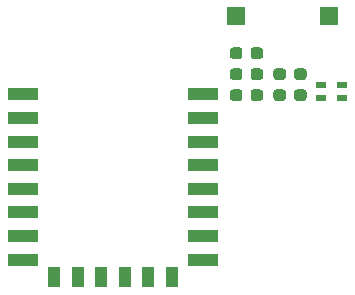
<source format=gbr>
G04 #@! TF.GenerationSoftware,KiCad,Pcbnew,5.0.2-bee76a0~70~ubuntu18.04.1*
G04 #@! TF.CreationDate,2019-12-10T21:20:44+01:00*
G04 #@! TF.ProjectId,RGB_strip,5247425f-7374-4726-9970-2e6b69636164,rev?*
G04 #@! TF.SameCoordinates,Original*
G04 #@! TF.FileFunction,Paste,Top*
G04 #@! TF.FilePolarity,Positive*
%FSLAX46Y46*%
G04 Gerber Fmt 4.6, Leading zero omitted, Abs format (unit mm)*
G04 Created by KiCad (PCBNEW 5.0.2-bee76a0~70~ubuntu18.04.1) date mar 10 dic 2019 21:20:44 CET*
%MOMM*%
%LPD*%
G01*
G04 APERTURE LIST*
%ADD10R,0.850000X0.550000*%
%ADD11C,0.100000*%
%ADD12C,0.950000*%
%ADD13R,1.500000X1.500000*%
%ADD14R,2.500000X1.000000*%
%ADD15R,1.000000X1.800000*%
G04 APERTURE END LIST*
D10*
G04 #@! TO.C,D2*
X137359000Y-92782000D03*
X139109000Y-92782000D03*
X137359000Y-93832000D03*
X139109000Y-93832000D03*
G04 #@! TD*
D11*
G04 #@! TO.C,R1*
G36*
X132249779Y-91347144D02*
X132272834Y-91350563D01*
X132295443Y-91356227D01*
X132317387Y-91364079D01*
X132338457Y-91374044D01*
X132358448Y-91386026D01*
X132377168Y-91399910D01*
X132394438Y-91415562D01*
X132410090Y-91432832D01*
X132423974Y-91451552D01*
X132435956Y-91471543D01*
X132445921Y-91492613D01*
X132453773Y-91514557D01*
X132459437Y-91537166D01*
X132462856Y-91560221D01*
X132464000Y-91583500D01*
X132464000Y-92058500D01*
X132462856Y-92081779D01*
X132459437Y-92104834D01*
X132453773Y-92127443D01*
X132445921Y-92149387D01*
X132435956Y-92170457D01*
X132423974Y-92190448D01*
X132410090Y-92209168D01*
X132394438Y-92226438D01*
X132377168Y-92242090D01*
X132358448Y-92255974D01*
X132338457Y-92267956D01*
X132317387Y-92277921D01*
X132295443Y-92285773D01*
X132272834Y-92291437D01*
X132249779Y-92294856D01*
X132226500Y-92296000D01*
X131651500Y-92296000D01*
X131628221Y-92294856D01*
X131605166Y-92291437D01*
X131582557Y-92285773D01*
X131560613Y-92277921D01*
X131539543Y-92267956D01*
X131519552Y-92255974D01*
X131500832Y-92242090D01*
X131483562Y-92226438D01*
X131467910Y-92209168D01*
X131454026Y-92190448D01*
X131442044Y-92170457D01*
X131432079Y-92149387D01*
X131424227Y-92127443D01*
X131418563Y-92104834D01*
X131415144Y-92081779D01*
X131414000Y-92058500D01*
X131414000Y-91583500D01*
X131415144Y-91560221D01*
X131418563Y-91537166D01*
X131424227Y-91514557D01*
X131432079Y-91492613D01*
X131442044Y-91471543D01*
X131454026Y-91451552D01*
X131467910Y-91432832D01*
X131483562Y-91415562D01*
X131500832Y-91399910D01*
X131519552Y-91386026D01*
X131539543Y-91374044D01*
X131560613Y-91364079D01*
X131582557Y-91356227D01*
X131605166Y-91350563D01*
X131628221Y-91347144D01*
X131651500Y-91346000D01*
X132226500Y-91346000D01*
X132249779Y-91347144D01*
X132249779Y-91347144D01*
G37*
D12*
X131939000Y-91821000D03*
D11*
G36*
X130499779Y-91347144D02*
X130522834Y-91350563D01*
X130545443Y-91356227D01*
X130567387Y-91364079D01*
X130588457Y-91374044D01*
X130608448Y-91386026D01*
X130627168Y-91399910D01*
X130644438Y-91415562D01*
X130660090Y-91432832D01*
X130673974Y-91451552D01*
X130685956Y-91471543D01*
X130695921Y-91492613D01*
X130703773Y-91514557D01*
X130709437Y-91537166D01*
X130712856Y-91560221D01*
X130714000Y-91583500D01*
X130714000Y-92058500D01*
X130712856Y-92081779D01*
X130709437Y-92104834D01*
X130703773Y-92127443D01*
X130695921Y-92149387D01*
X130685956Y-92170457D01*
X130673974Y-92190448D01*
X130660090Y-92209168D01*
X130644438Y-92226438D01*
X130627168Y-92242090D01*
X130608448Y-92255974D01*
X130588457Y-92267956D01*
X130567387Y-92277921D01*
X130545443Y-92285773D01*
X130522834Y-92291437D01*
X130499779Y-92294856D01*
X130476500Y-92296000D01*
X129901500Y-92296000D01*
X129878221Y-92294856D01*
X129855166Y-92291437D01*
X129832557Y-92285773D01*
X129810613Y-92277921D01*
X129789543Y-92267956D01*
X129769552Y-92255974D01*
X129750832Y-92242090D01*
X129733562Y-92226438D01*
X129717910Y-92209168D01*
X129704026Y-92190448D01*
X129692044Y-92170457D01*
X129682079Y-92149387D01*
X129674227Y-92127443D01*
X129668563Y-92104834D01*
X129665144Y-92081779D01*
X129664000Y-92058500D01*
X129664000Y-91583500D01*
X129665144Y-91560221D01*
X129668563Y-91537166D01*
X129674227Y-91514557D01*
X129682079Y-91492613D01*
X129692044Y-91471543D01*
X129704026Y-91451552D01*
X129717910Y-91432832D01*
X129733562Y-91415562D01*
X129750832Y-91399910D01*
X129769552Y-91386026D01*
X129789543Y-91374044D01*
X129810613Y-91364079D01*
X129832557Y-91356227D01*
X129855166Y-91350563D01*
X129878221Y-91347144D01*
X129901500Y-91346000D01*
X130476500Y-91346000D01*
X130499779Y-91347144D01*
X130499779Y-91347144D01*
G37*
D12*
X130189000Y-91821000D03*
G04 #@! TD*
D11*
G04 #@! TO.C,R2*
G36*
X130499779Y-93125144D02*
X130522834Y-93128563D01*
X130545443Y-93134227D01*
X130567387Y-93142079D01*
X130588457Y-93152044D01*
X130608448Y-93164026D01*
X130627168Y-93177910D01*
X130644438Y-93193562D01*
X130660090Y-93210832D01*
X130673974Y-93229552D01*
X130685956Y-93249543D01*
X130695921Y-93270613D01*
X130703773Y-93292557D01*
X130709437Y-93315166D01*
X130712856Y-93338221D01*
X130714000Y-93361500D01*
X130714000Y-93836500D01*
X130712856Y-93859779D01*
X130709437Y-93882834D01*
X130703773Y-93905443D01*
X130695921Y-93927387D01*
X130685956Y-93948457D01*
X130673974Y-93968448D01*
X130660090Y-93987168D01*
X130644438Y-94004438D01*
X130627168Y-94020090D01*
X130608448Y-94033974D01*
X130588457Y-94045956D01*
X130567387Y-94055921D01*
X130545443Y-94063773D01*
X130522834Y-94069437D01*
X130499779Y-94072856D01*
X130476500Y-94074000D01*
X129901500Y-94074000D01*
X129878221Y-94072856D01*
X129855166Y-94069437D01*
X129832557Y-94063773D01*
X129810613Y-94055921D01*
X129789543Y-94045956D01*
X129769552Y-94033974D01*
X129750832Y-94020090D01*
X129733562Y-94004438D01*
X129717910Y-93987168D01*
X129704026Y-93968448D01*
X129692044Y-93948457D01*
X129682079Y-93927387D01*
X129674227Y-93905443D01*
X129668563Y-93882834D01*
X129665144Y-93859779D01*
X129664000Y-93836500D01*
X129664000Y-93361500D01*
X129665144Y-93338221D01*
X129668563Y-93315166D01*
X129674227Y-93292557D01*
X129682079Y-93270613D01*
X129692044Y-93249543D01*
X129704026Y-93229552D01*
X129717910Y-93210832D01*
X129733562Y-93193562D01*
X129750832Y-93177910D01*
X129769552Y-93164026D01*
X129789543Y-93152044D01*
X129810613Y-93142079D01*
X129832557Y-93134227D01*
X129855166Y-93128563D01*
X129878221Y-93125144D01*
X129901500Y-93124000D01*
X130476500Y-93124000D01*
X130499779Y-93125144D01*
X130499779Y-93125144D01*
G37*
D12*
X130189000Y-93599000D03*
D11*
G36*
X132249779Y-93125144D02*
X132272834Y-93128563D01*
X132295443Y-93134227D01*
X132317387Y-93142079D01*
X132338457Y-93152044D01*
X132358448Y-93164026D01*
X132377168Y-93177910D01*
X132394438Y-93193562D01*
X132410090Y-93210832D01*
X132423974Y-93229552D01*
X132435956Y-93249543D01*
X132445921Y-93270613D01*
X132453773Y-93292557D01*
X132459437Y-93315166D01*
X132462856Y-93338221D01*
X132464000Y-93361500D01*
X132464000Y-93836500D01*
X132462856Y-93859779D01*
X132459437Y-93882834D01*
X132453773Y-93905443D01*
X132445921Y-93927387D01*
X132435956Y-93948457D01*
X132423974Y-93968448D01*
X132410090Y-93987168D01*
X132394438Y-94004438D01*
X132377168Y-94020090D01*
X132358448Y-94033974D01*
X132338457Y-94045956D01*
X132317387Y-94055921D01*
X132295443Y-94063773D01*
X132272834Y-94069437D01*
X132249779Y-94072856D01*
X132226500Y-94074000D01*
X131651500Y-94074000D01*
X131628221Y-94072856D01*
X131605166Y-94069437D01*
X131582557Y-94063773D01*
X131560613Y-94055921D01*
X131539543Y-94045956D01*
X131519552Y-94033974D01*
X131500832Y-94020090D01*
X131483562Y-94004438D01*
X131467910Y-93987168D01*
X131454026Y-93968448D01*
X131442044Y-93948457D01*
X131432079Y-93927387D01*
X131424227Y-93905443D01*
X131418563Y-93882834D01*
X131415144Y-93859779D01*
X131414000Y-93836500D01*
X131414000Y-93361500D01*
X131415144Y-93338221D01*
X131418563Y-93315166D01*
X131424227Y-93292557D01*
X131432079Y-93270613D01*
X131442044Y-93249543D01*
X131454026Y-93229552D01*
X131467910Y-93210832D01*
X131483562Y-93193562D01*
X131500832Y-93177910D01*
X131519552Y-93164026D01*
X131539543Y-93152044D01*
X131560613Y-93142079D01*
X131582557Y-93134227D01*
X131605166Y-93128563D01*
X131628221Y-93125144D01*
X131651500Y-93124000D01*
X132226500Y-93124000D01*
X132249779Y-93125144D01*
X132249779Y-93125144D01*
G37*
D12*
X131939000Y-93599000D03*
G04 #@! TD*
D11*
G04 #@! TO.C,R3*
G36*
X132249779Y-89569144D02*
X132272834Y-89572563D01*
X132295443Y-89578227D01*
X132317387Y-89586079D01*
X132338457Y-89596044D01*
X132358448Y-89608026D01*
X132377168Y-89621910D01*
X132394438Y-89637562D01*
X132410090Y-89654832D01*
X132423974Y-89673552D01*
X132435956Y-89693543D01*
X132445921Y-89714613D01*
X132453773Y-89736557D01*
X132459437Y-89759166D01*
X132462856Y-89782221D01*
X132464000Y-89805500D01*
X132464000Y-90280500D01*
X132462856Y-90303779D01*
X132459437Y-90326834D01*
X132453773Y-90349443D01*
X132445921Y-90371387D01*
X132435956Y-90392457D01*
X132423974Y-90412448D01*
X132410090Y-90431168D01*
X132394438Y-90448438D01*
X132377168Y-90464090D01*
X132358448Y-90477974D01*
X132338457Y-90489956D01*
X132317387Y-90499921D01*
X132295443Y-90507773D01*
X132272834Y-90513437D01*
X132249779Y-90516856D01*
X132226500Y-90518000D01*
X131651500Y-90518000D01*
X131628221Y-90516856D01*
X131605166Y-90513437D01*
X131582557Y-90507773D01*
X131560613Y-90499921D01*
X131539543Y-90489956D01*
X131519552Y-90477974D01*
X131500832Y-90464090D01*
X131483562Y-90448438D01*
X131467910Y-90431168D01*
X131454026Y-90412448D01*
X131442044Y-90392457D01*
X131432079Y-90371387D01*
X131424227Y-90349443D01*
X131418563Y-90326834D01*
X131415144Y-90303779D01*
X131414000Y-90280500D01*
X131414000Y-89805500D01*
X131415144Y-89782221D01*
X131418563Y-89759166D01*
X131424227Y-89736557D01*
X131432079Y-89714613D01*
X131442044Y-89693543D01*
X131454026Y-89673552D01*
X131467910Y-89654832D01*
X131483562Y-89637562D01*
X131500832Y-89621910D01*
X131519552Y-89608026D01*
X131539543Y-89596044D01*
X131560613Y-89586079D01*
X131582557Y-89578227D01*
X131605166Y-89572563D01*
X131628221Y-89569144D01*
X131651500Y-89568000D01*
X132226500Y-89568000D01*
X132249779Y-89569144D01*
X132249779Y-89569144D01*
G37*
D12*
X131939000Y-90043000D03*
D11*
G36*
X130499779Y-89569144D02*
X130522834Y-89572563D01*
X130545443Y-89578227D01*
X130567387Y-89586079D01*
X130588457Y-89596044D01*
X130608448Y-89608026D01*
X130627168Y-89621910D01*
X130644438Y-89637562D01*
X130660090Y-89654832D01*
X130673974Y-89673552D01*
X130685956Y-89693543D01*
X130695921Y-89714613D01*
X130703773Y-89736557D01*
X130709437Y-89759166D01*
X130712856Y-89782221D01*
X130714000Y-89805500D01*
X130714000Y-90280500D01*
X130712856Y-90303779D01*
X130709437Y-90326834D01*
X130703773Y-90349443D01*
X130695921Y-90371387D01*
X130685956Y-90392457D01*
X130673974Y-90412448D01*
X130660090Y-90431168D01*
X130644438Y-90448438D01*
X130627168Y-90464090D01*
X130608448Y-90477974D01*
X130588457Y-90489956D01*
X130567387Y-90499921D01*
X130545443Y-90507773D01*
X130522834Y-90513437D01*
X130499779Y-90516856D01*
X130476500Y-90518000D01*
X129901500Y-90518000D01*
X129878221Y-90516856D01*
X129855166Y-90513437D01*
X129832557Y-90507773D01*
X129810613Y-90499921D01*
X129789543Y-90489956D01*
X129769552Y-90477974D01*
X129750832Y-90464090D01*
X129733562Y-90448438D01*
X129717910Y-90431168D01*
X129704026Y-90412448D01*
X129692044Y-90392457D01*
X129682079Y-90371387D01*
X129674227Y-90349443D01*
X129668563Y-90326834D01*
X129665144Y-90303779D01*
X129664000Y-90280500D01*
X129664000Y-89805500D01*
X129665144Y-89782221D01*
X129668563Y-89759166D01*
X129674227Y-89736557D01*
X129682079Y-89714613D01*
X129692044Y-89693543D01*
X129704026Y-89673552D01*
X129717910Y-89654832D01*
X129733562Y-89637562D01*
X129750832Y-89621910D01*
X129769552Y-89608026D01*
X129789543Y-89596044D01*
X129810613Y-89586079D01*
X129832557Y-89578227D01*
X129855166Y-89572563D01*
X129878221Y-89569144D01*
X129901500Y-89568000D01*
X130476500Y-89568000D01*
X130499779Y-89569144D01*
X130499779Y-89569144D01*
G37*
D12*
X130189000Y-90043000D03*
G04 #@! TD*
D11*
G04 #@! TO.C,R4*
G36*
X134182779Y-91347144D02*
X134205834Y-91350563D01*
X134228443Y-91356227D01*
X134250387Y-91364079D01*
X134271457Y-91374044D01*
X134291448Y-91386026D01*
X134310168Y-91399910D01*
X134327438Y-91415562D01*
X134343090Y-91432832D01*
X134356974Y-91451552D01*
X134368956Y-91471543D01*
X134378921Y-91492613D01*
X134386773Y-91514557D01*
X134392437Y-91537166D01*
X134395856Y-91560221D01*
X134397000Y-91583500D01*
X134397000Y-92058500D01*
X134395856Y-92081779D01*
X134392437Y-92104834D01*
X134386773Y-92127443D01*
X134378921Y-92149387D01*
X134368956Y-92170457D01*
X134356974Y-92190448D01*
X134343090Y-92209168D01*
X134327438Y-92226438D01*
X134310168Y-92242090D01*
X134291448Y-92255974D01*
X134271457Y-92267956D01*
X134250387Y-92277921D01*
X134228443Y-92285773D01*
X134205834Y-92291437D01*
X134182779Y-92294856D01*
X134159500Y-92296000D01*
X133584500Y-92296000D01*
X133561221Y-92294856D01*
X133538166Y-92291437D01*
X133515557Y-92285773D01*
X133493613Y-92277921D01*
X133472543Y-92267956D01*
X133452552Y-92255974D01*
X133433832Y-92242090D01*
X133416562Y-92226438D01*
X133400910Y-92209168D01*
X133387026Y-92190448D01*
X133375044Y-92170457D01*
X133365079Y-92149387D01*
X133357227Y-92127443D01*
X133351563Y-92104834D01*
X133348144Y-92081779D01*
X133347000Y-92058500D01*
X133347000Y-91583500D01*
X133348144Y-91560221D01*
X133351563Y-91537166D01*
X133357227Y-91514557D01*
X133365079Y-91492613D01*
X133375044Y-91471543D01*
X133387026Y-91451552D01*
X133400910Y-91432832D01*
X133416562Y-91415562D01*
X133433832Y-91399910D01*
X133452552Y-91386026D01*
X133472543Y-91374044D01*
X133493613Y-91364079D01*
X133515557Y-91356227D01*
X133538166Y-91350563D01*
X133561221Y-91347144D01*
X133584500Y-91346000D01*
X134159500Y-91346000D01*
X134182779Y-91347144D01*
X134182779Y-91347144D01*
G37*
D12*
X133872000Y-91821000D03*
D11*
G36*
X135932779Y-91347144D02*
X135955834Y-91350563D01*
X135978443Y-91356227D01*
X136000387Y-91364079D01*
X136021457Y-91374044D01*
X136041448Y-91386026D01*
X136060168Y-91399910D01*
X136077438Y-91415562D01*
X136093090Y-91432832D01*
X136106974Y-91451552D01*
X136118956Y-91471543D01*
X136128921Y-91492613D01*
X136136773Y-91514557D01*
X136142437Y-91537166D01*
X136145856Y-91560221D01*
X136147000Y-91583500D01*
X136147000Y-92058500D01*
X136145856Y-92081779D01*
X136142437Y-92104834D01*
X136136773Y-92127443D01*
X136128921Y-92149387D01*
X136118956Y-92170457D01*
X136106974Y-92190448D01*
X136093090Y-92209168D01*
X136077438Y-92226438D01*
X136060168Y-92242090D01*
X136041448Y-92255974D01*
X136021457Y-92267956D01*
X136000387Y-92277921D01*
X135978443Y-92285773D01*
X135955834Y-92291437D01*
X135932779Y-92294856D01*
X135909500Y-92296000D01*
X135334500Y-92296000D01*
X135311221Y-92294856D01*
X135288166Y-92291437D01*
X135265557Y-92285773D01*
X135243613Y-92277921D01*
X135222543Y-92267956D01*
X135202552Y-92255974D01*
X135183832Y-92242090D01*
X135166562Y-92226438D01*
X135150910Y-92209168D01*
X135137026Y-92190448D01*
X135125044Y-92170457D01*
X135115079Y-92149387D01*
X135107227Y-92127443D01*
X135101563Y-92104834D01*
X135098144Y-92081779D01*
X135097000Y-92058500D01*
X135097000Y-91583500D01*
X135098144Y-91560221D01*
X135101563Y-91537166D01*
X135107227Y-91514557D01*
X135115079Y-91492613D01*
X135125044Y-91471543D01*
X135137026Y-91451552D01*
X135150910Y-91432832D01*
X135166562Y-91415562D01*
X135183832Y-91399910D01*
X135202552Y-91386026D01*
X135222543Y-91374044D01*
X135243613Y-91364079D01*
X135265557Y-91356227D01*
X135288166Y-91350563D01*
X135311221Y-91347144D01*
X135334500Y-91346000D01*
X135909500Y-91346000D01*
X135932779Y-91347144D01*
X135932779Y-91347144D01*
G37*
D12*
X135622000Y-91821000D03*
G04 #@! TD*
D11*
G04 #@! TO.C,R5*
G36*
X135932779Y-93125144D02*
X135955834Y-93128563D01*
X135978443Y-93134227D01*
X136000387Y-93142079D01*
X136021457Y-93152044D01*
X136041448Y-93164026D01*
X136060168Y-93177910D01*
X136077438Y-93193562D01*
X136093090Y-93210832D01*
X136106974Y-93229552D01*
X136118956Y-93249543D01*
X136128921Y-93270613D01*
X136136773Y-93292557D01*
X136142437Y-93315166D01*
X136145856Y-93338221D01*
X136147000Y-93361500D01*
X136147000Y-93836500D01*
X136145856Y-93859779D01*
X136142437Y-93882834D01*
X136136773Y-93905443D01*
X136128921Y-93927387D01*
X136118956Y-93948457D01*
X136106974Y-93968448D01*
X136093090Y-93987168D01*
X136077438Y-94004438D01*
X136060168Y-94020090D01*
X136041448Y-94033974D01*
X136021457Y-94045956D01*
X136000387Y-94055921D01*
X135978443Y-94063773D01*
X135955834Y-94069437D01*
X135932779Y-94072856D01*
X135909500Y-94074000D01*
X135334500Y-94074000D01*
X135311221Y-94072856D01*
X135288166Y-94069437D01*
X135265557Y-94063773D01*
X135243613Y-94055921D01*
X135222543Y-94045956D01*
X135202552Y-94033974D01*
X135183832Y-94020090D01*
X135166562Y-94004438D01*
X135150910Y-93987168D01*
X135137026Y-93968448D01*
X135125044Y-93948457D01*
X135115079Y-93927387D01*
X135107227Y-93905443D01*
X135101563Y-93882834D01*
X135098144Y-93859779D01*
X135097000Y-93836500D01*
X135097000Y-93361500D01*
X135098144Y-93338221D01*
X135101563Y-93315166D01*
X135107227Y-93292557D01*
X135115079Y-93270613D01*
X135125044Y-93249543D01*
X135137026Y-93229552D01*
X135150910Y-93210832D01*
X135166562Y-93193562D01*
X135183832Y-93177910D01*
X135202552Y-93164026D01*
X135222543Y-93152044D01*
X135243613Y-93142079D01*
X135265557Y-93134227D01*
X135288166Y-93128563D01*
X135311221Y-93125144D01*
X135334500Y-93124000D01*
X135909500Y-93124000D01*
X135932779Y-93125144D01*
X135932779Y-93125144D01*
G37*
D12*
X135622000Y-93599000D03*
D11*
G36*
X134182779Y-93125144D02*
X134205834Y-93128563D01*
X134228443Y-93134227D01*
X134250387Y-93142079D01*
X134271457Y-93152044D01*
X134291448Y-93164026D01*
X134310168Y-93177910D01*
X134327438Y-93193562D01*
X134343090Y-93210832D01*
X134356974Y-93229552D01*
X134368956Y-93249543D01*
X134378921Y-93270613D01*
X134386773Y-93292557D01*
X134392437Y-93315166D01*
X134395856Y-93338221D01*
X134397000Y-93361500D01*
X134397000Y-93836500D01*
X134395856Y-93859779D01*
X134392437Y-93882834D01*
X134386773Y-93905443D01*
X134378921Y-93927387D01*
X134368956Y-93948457D01*
X134356974Y-93968448D01*
X134343090Y-93987168D01*
X134327438Y-94004438D01*
X134310168Y-94020090D01*
X134291448Y-94033974D01*
X134271457Y-94045956D01*
X134250387Y-94055921D01*
X134228443Y-94063773D01*
X134205834Y-94069437D01*
X134182779Y-94072856D01*
X134159500Y-94074000D01*
X133584500Y-94074000D01*
X133561221Y-94072856D01*
X133538166Y-94069437D01*
X133515557Y-94063773D01*
X133493613Y-94055921D01*
X133472543Y-94045956D01*
X133452552Y-94033974D01*
X133433832Y-94020090D01*
X133416562Y-94004438D01*
X133400910Y-93987168D01*
X133387026Y-93968448D01*
X133375044Y-93948457D01*
X133365079Y-93927387D01*
X133357227Y-93905443D01*
X133351563Y-93882834D01*
X133348144Y-93859779D01*
X133347000Y-93836500D01*
X133347000Y-93361500D01*
X133348144Y-93338221D01*
X133351563Y-93315166D01*
X133357227Y-93292557D01*
X133365079Y-93270613D01*
X133375044Y-93249543D01*
X133387026Y-93229552D01*
X133400910Y-93210832D01*
X133416562Y-93193562D01*
X133433832Y-93177910D01*
X133452552Y-93164026D01*
X133472543Y-93152044D01*
X133493613Y-93142079D01*
X133515557Y-93134227D01*
X133538166Y-93128563D01*
X133561221Y-93125144D01*
X133584500Y-93124000D01*
X134159500Y-93124000D01*
X134182779Y-93125144D01*
X134182779Y-93125144D01*
G37*
D12*
X133872000Y-93599000D03*
G04 #@! TD*
D13*
G04 #@! TO.C,SW1*
X130212000Y-86868000D03*
X138012000Y-86868000D03*
G04 #@! TD*
D14*
G04 #@! TO.C,U2*
X112161000Y-93528000D03*
X112161000Y-95528000D03*
X112161000Y-97528000D03*
X112161000Y-99528000D03*
X112161000Y-101528000D03*
X112161000Y-103528000D03*
X112161000Y-105528000D03*
X112161000Y-107528000D03*
D15*
X114761000Y-109028000D03*
X116761000Y-109028000D03*
X118761000Y-109028000D03*
X120761000Y-109028000D03*
X122761000Y-109028000D03*
X124761000Y-109028000D03*
D14*
X127361000Y-107528000D03*
X127361000Y-105528000D03*
X127361000Y-103528000D03*
X127361000Y-101528000D03*
X127361000Y-99528000D03*
X127361000Y-97528000D03*
X127361000Y-95528000D03*
X127361000Y-93528000D03*
G04 #@! TD*
M02*

</source>
